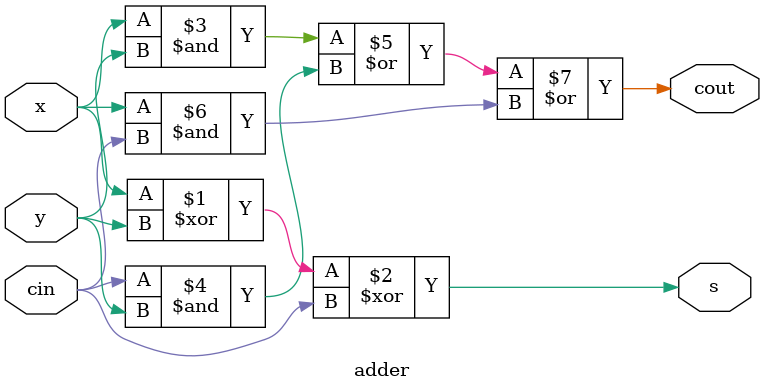
<source format=v>
module adder(x,y,cin,s,cout);
input x,y,cin;
output s,cout;
assign s=x^y^cin;
assign cout = (x&y)|(cin&y)|(x&cin);
endmodule

</source>
